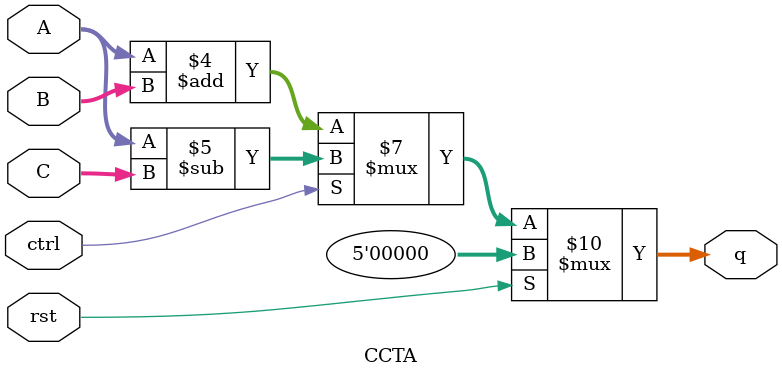
<source format=v>
module CCTA(
        input [3:0]A,
        input [3:0]B,
        input [3:0]C,
        input rst,
        input ctrl,
        output reg [4:0]q
);

always @ (A,B,C,rst,ctrl) begin
    if(rst==1) q<=5'h0;
    else
        begin
            if(ctrl==0) q<=A+B;
            else q<=A-C;
        end

end

endmodule
</source>
